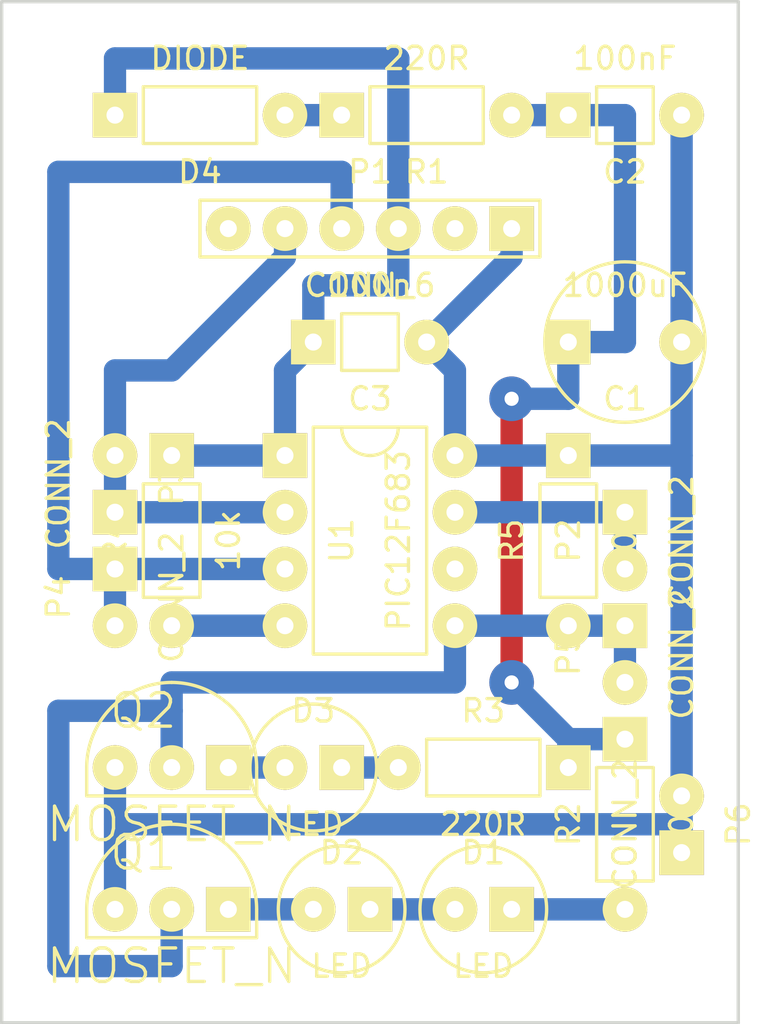
<source format=kicad_pcb>
(kicad_pcb (version 3) (host pcbnew "(2013-june-11)-stable")

  (general
    (links 37)
    (no_connects 0)
    (area 232.334999 74.854999 266.205 120.725001)
    (thickness 1.6)
    (drawings 4)
    (tracks 67)
    (zones 0)
    (modules 21)
    (nets 15)
  )

  (page A3)
  (layers
    (15 F.Cu signal)
    (0 B.Cu signal)
    (16 B.Adhes user)
    (17 F.Adhes user)
    (18 B.Paste user)
    (19 F.Paste user)
    (20 B.SilkS user)
    (21 F.SilkS user)
    (22 B.Mask user)
    (23 F.Mask user)
    (24 Dwgs.User user)
    (25 Cmts.User user)
    (26 Eco1.User user)
    (27 Eco2.User user)
    (28 Edge.Cuts user)
  )

  (setup
    (last_trace_width 1)
    (trace_clearance 0.2)
    (zone_clearance 0.508)
    (zone_45_only no)
    (trace_min 0.254)
    (segment_width 0.2)
    (edge_width 0.15)
    (via_size 2)
    (via_drill 0.635)
    (via_min_size 0.889)
    (via_min_drill 0.508)
    (uvia_size 0.508)
    (uvia_drill 0.127)
    (uvias_allowed no)
    (uvia_min_size 0.508)
    (uvia_min_drill 0.127)
    (pcb_text_width 0.3)
    (pcb_text_size 1.5 1.5)
    (mod_edge_width 0.15)
    (mod_text_size 1.5 1.5)
    (mod_text_width 0.15)
    (pad_size 1.524 1.524)
    (pad_drill 0.762)
    (pad_to_mask_clearance 0.2)
    (aux_axis_origin 0 0)
    (visible_elements 7FFFFFFF)
    (pcbplotparams
      (layerselection 1)
      (usegerberextensions false)
      (excludeedgelayer false)
      (linewidth 0.100000)
      (plotframeref false)
      (viasonmask false)
      (mode 1)
      (useauxorigin false)
      (hpglpennumber 1)
      (hpglpenspeed 20)
      (hpglpendiameter 15)
      (hpglpenoverlay 2)
      (psnegative false)
      (psa4output false)
      (plotreference true)
      (plotvalue true)
      (plotothertext true)
      (plotinvisibletext false)
      (padsonsilk false)
      (subtractmaskfromsilk false)
      (outputformat 2)
      (mirror false)
      (drillshape 2)
      (scaleselection 1)
      (outputdirectory ""))
  )

  (net 0 "")
  (net 1 5V)
  (net 2 FTDI_RX__PIC_TX)
  (net 3 FTDI_TX__PIC_RX)
  (net 4 GND)
  (net 5 N-0000010)
  (net 6 N-0000011)
  (net 7 N-0000013)
  (net 8 N-0000016)
  (net 9 N-000003)
  (net 10 N-000004)
  (net 11 N-000005)
  (net 12 N-000008)
  (net 13 N-000009)
  (net 14 signal)

  (net_class Default "This is the default net class."
    (clearance 0.2)
    (trace_width 1)
    (via_dia 2)
    (via_drill 0.635)
    (uvia_dia 0.508)
    (uvia_drill 0.127)
    (add_net "")
    (add_net 5V)
    (add_net FTDI_RX__PIC_TX)
    (add_net FTDI_TX__PIC_RX)
    (add_net GND)
    (add_net N-0000010)
    (add_net N-0000011)
    (add_net N-0000013)
    (add_net N-0000016)
    (add_net N-000003)
    (add_net N-000004)
    (add_net N-000005)
    (add_net N-000008)
    (add_net N-000009)
    (add_net signal)
  )

  (module CHUNKY_SIL-6 (layer F.Cu) (tedit 538CFBF4) (tstamp 53922E74)
    (at 248.92 85.09 180)
    (path /5391E740)
    (fp_text reference P1 (at 0 2.54 180) (layer F.SilkS)
      (effects (font (size 1 1) (thickness 0.15)))
    )
    (fp_text value CONN_6 (at 0 -2.54 180) (layer F.SilkS)
      (effects (font (size 1 1) (thickness 0.15)))
    )
    (fp_line (start -7.62 -1.27) (end 7.62 -1.27) (layer F.SilkS) (width 0.15))
    (fp_line (start 7.62 -1.27) (end 7.62 1.27) (layer F.SilkS) (width 0.15))
    (fp_line (start 7.62 1.27) (end -7.62 1.27) (layer F.SilkS) (width 0.15))
    (fp_line (start -7.62 1.27) (end -7.62 -1.27) (layer F.SilkS) (width 0.15))
    (pad 1 thru_hole rect (at -6.35 0 180) (size 2 2) (drill 0.762)
      (layers *.Cu *.Mask F.SilkS)
      (net 4 GND)
    )
    (pad 3 thru_hole circle (at -1.27 0 180) (size 2 2) (drill 0.762)
      (layers *.Cu *.Mask F.SilkS)
      (net 1 5V)
    )
    (pad 4 thru_hole circle (at 1.27 0 180) (size 2 2) (drill 0.762)
      (layers *.Cu *.Mask F.SilkS)
      (net 3 FTDI_TX__PIC_RX)
    )
    (pad 5 thru_hole circle (at 3.81 0 180) (size 2 2) (drill 0.762)
      (layers *.Cu *.Mask F.SilkS)
      (net 2 FTDI_RX__PIC_TX)
    )
    (pad 6 thru_hole circle (at 6.35 0 180) (size 2 2) (drill 0.762)
      (layers *.Cu *.Mask F.SilkS)
    )
    (pad 2 thru_hole circle (at -3.81 0 180) (size 2 2) (drill 0.762)
      (layers *.Cu *.Mask F.SilkS)
    )
  )

  (module CHUNKY_RADIAL-3 (layer F.Cu) (tedit 5392128A) (tstamp 53922E7B)
    (at 260.35 90.17)
    (path /538A3581)
    (fp_text reference C1 (at 0 2.54) (layer F.SilkS)
      (effects (font (size 1 1) (thickness 0.15)))
    )
    (fp_text value 1000uF (at 0 -2.54) (layer F.SilkS)
      (effects (font (size 1 1) (thickness 0.15)))
    )
    (fp_circle (center 0 0) (end 2.54 -2.54) (layer F.SilkS) (width 0.15))
    (pad 1 thru_hole rect (at -2.54 0) (size 2 2) (drill 0.762)
      (layers *.Cu *.Mask F.SilkS)
      (net 8 N-0000016)
    )
    (pad 2 thru_hole circle (at 2.54 0) (size 2 2) (drill 0.762)
      (layers *.Cu *.Mask F.SilkS)
      (net 4 GND)
    )
  )

  (module CHUNKY_RADIAL-2 (layer F.Cu) (tedit 538CFDBA) (tstamp 53922E82)
    (at 247.65 115.57 180)
    (path /538A33D5)
    (fp_text reference D2 (at 0 2.54 180) (layer F.SilkS)
      (effects (font (size 1 1) (thickness 0.15)))
    )
    (fp_text value LED (at 0 -2.54 180) (layer F.SilkS)
      (effects (font (size 1 1) (thickness 0.15)))
    )
    (fp_circle (center 0 0) (end 2.54 -1.27) (layer F.SilkS) (width 0.15))
    (pad 1 thru_hole rect (at -1.27 0 180) (size 2 2) (drill 0.762)
      (layers *.Cu *.Mask F.SilkS)
      (net 13 N-000009)
    )
    (pad 2 thru_hole circle (at 1.27 0 180) (size 2 2) (drill 0.762)
      (layers *.Cu *.Mask F.SilkS)
      (net 7 N-0000013)
    )
  )

  (module CHUNKY_RADIAL-2 (layer F.Cu) (tedit 538CFDBA) (tstamp 53922E89)
    (at 254 115.57 180)
    (path /5391B7D5)
    (fp_text reference D1 (at 0 2.54 180) (layer F.SilkS)
      (effects (font (size 1 1) (thickness 0.15)))
    )
    (fp_text value LED (at 0 -2.54 180) (layer F.SilkS)
      (effects (font (size 1 1) (thickness 0.15)))
    )
    (fp_circle (center 0 0) (end 2.54 -1.27) (layer F.SilkS) (width 0.15))
    (pad 1 thru_hole rect (at -1.27 0 180) (size 2 2) (drill 0.762)
      (layers *.Cu *.Mask F.SilkS)
      (net 12 N-000008)
    )
    (pad 2 thru_hole circle (at 1.27 0 180) (size 2 2) (drill 0.762)
      (layers *.Cu *.Mask F.SilkS)
      (net 13 N-000009)
    )
  )

  (module CHUNKY_RADIAL-2 (layer F.Cu) (tedit 538CFDBA) (tstamp 53922E90)
    (at 246.38 109.22 180)
    (path /5391EB2C)
    (fp_text reference D3 (at 0 2.54 180) (layer F.SilkS)
      (effects (font (size 1 1) (thickness 0.15)))
    )
    (fp_text value LED (at 0 -2.54 180) (layer F.SilkS)
      (effects (font (size 1 1) (thickness 0.15)))
    )
    (fp_circle (center 0 0) (end 2.54 -1.27) (layer F.SilkS) (width 0.15))
    (pad 1 thru_hole rect (at -1.27 0 180) (size 2 2) (drill 0.762)
      (layers *.Cu *.Mask F.SilkS)
      (net 9 N-000003)
    )
    (pad 2 thru_hole circle (at 1.27 0 180) (size 2 2) (drill 0.762)
      (layers *.Cu *.Mask F.SilkS)
      (net 11 N-000005)
    )
  )

  (module CHUNKY_DIP-8 (layer F.Cu) (tedit 539211BB) (tstamp 53922EA2)
    (at 248.92 99.06 270)
    (path /5391E6E4)
    (fp_text reference U1 (at 0 1.27 270) (layer F.SilkS)
      (effects (font (size 1 1) (thickness 0.15)))
    )
    (fp_text value PIC12F683 (at 0 -1.27 270) (layer F.SilkS)
      (effects (font (size 1 1) (thickness 0.15)))
    )
    (fp_line (start 5.08 2.54) (end -5.08 2.54) (layer F.SilkS) (width 0.15))
    (fp_line (start 5.08 -2.54) (end -5.08 -2.54) (layer F.SilkS) (width 0.15))
    (fp_arc (start -5.08 0) (end -3.81 0) (angle 90) (layer F.SilkS) (width 0.15))
    (fp_arc (start -5.08 0) (end -5.08 -1.27) (angle 90) (layer F.SilkS) (width 0.15))
    (fp_line (start 5.08 -2.54) (end 5.08 2.54) (layer F.SilkS) (width 0.15))
    (fp_line (start -5.08 2.54) (end -5.08 -2.54) (layer F.SilkS) (width 0.15))
    (pad 4 thru_hole circle (at 3.81 3.81 270) (size 2 2) (drill 0.762)
      (layers *.Cu *.Mask F.SilkS)
      (net 6 N-0000011)
    )
    (pad 5 thru_hole circle (at 3.81 -3.81 270) (size 2 2) (drill 0.762)
      (layers *.Cu *.Mask F.SilkS)
      (net 14 signal)
    )
    (pad 6 thru_hole circle (at 1.27 -3.81 270) (size 2 2) (drill 0.762)
      (layers *.Cu *.Mask F.SilkS)
    )
    (pad 7 thru_hole circle (at -1.27 -3.81 270) (size 2 2) (drill 0.762)
      (layers *.Cu *.Mask F.SilkS)
      (net 10 N-000004)
    )
    (pad 8 thru_hole circle (at -3.81 -3.81 270) (size 2 2) (drill 0.762)
      (layers *.Cu *.Mask F.SilkS)
      (net 4 GND)
    )
    (pad 3 thru_hole circle (at 1.27 3.81 270) (size 2 2) (drill 0.762)
      (layers *.Cu *.Mask F.SilkS)
      (net 3 FTDI_TX__PIC_RX)
    )
    (pad 2 thru_hole circle (at -1.27 3.81 270) (size 2 2) (drill 0.762)
      (layers *.Cu *.Mask F.SilkS)
      (net 2 FTDI_RX__PIC_TX)
    )
    (pad 1 thru_hole rect (at -3.81 3.81 270) (size 2 2) (drill 0.762)
      (layers *.Cu *.Mask F.SilkS)
      (net 1 5V)
    )
  )

  (module CHUNKY_AXIAL-4 (layer F.Cu) (tedit 538CFD09) (tstamp 53922EAC)
    (at 260.35 111.76 270)
    (path /538A343D)
    (fp_text reference R2 (at 0 2.54 270) (layer F.SilkS)
      (effects (font (size 1 1) (thickness 0.15)))
    )
    (fp_text value 10R (at 0 -2.54 270) (layer F.SilkS)
      (effects (font (size 1 1) (thickness 0.15)))
    )
    (fp_line (start -2.54 -1.27) (end 2.54 -1.27) (layer F.SilkS) (width 0.15))
    (fp_line (start 2.54 -1.27) (end 2.54 1.27) (layer F.SilkS) (width 0.15))
    (fp_line (start 2.54 1.27) (end -2.54 1.27) (layer F.SilkS) (width 0.15))
    (fp_line (start -2.54 1.27) (end -2.54 -1.27) (layer F.SilkS) (width 0.15))
    (pad 1 thru_hole rect (at -3.81 0 270) (size 2 2) (drill 0.762)
      (layers *.Cu *.Mask F.SilkS)
      (net 8 N-0000016)
    )
    (pad 2 thru_hole circle (at 3.81 0 270) (size 2 2) (drill 0.762)
      (layers *.Cu *.Mask F.SilkS)
      (net 12 N-000008)
    )
  )

  (module CHUNKY_AXIAL-4 (layer F.Cu) (tedit 538CFD09) (tstamp 53922EB6)
    (at 251.46 80.01)
    (path /538A344C)
    (fp_text reference R1 (at 0 2.54) (layer F.SilkS)
      (effects (font (size 1 1) (thickness 0.15)))
    )
    (fp_text value 220R (at 0 -2.54) (layer F.SilkS)
      (effects (font (size 1 1) (thickness 0.15)))
    )
    (fp_line (start -2.54 -1.27) (end 2.54 -1.27) (layer F.SilkS) (width 0.15))
    (fp_line (start 2.54 -1.27) (end 2.54 1.27) (layer F.SilkS) (width 0.15))
    (fp_line (start 2.54 1.27) (end -2.54 1.27) (layer F.SilkS) (width 0.15))
    (fp_line (start -2.54 1.27) (end -2.54 -1.27) (layer F.SilkS) (width 0.15))
    (pad 1 thru_hole rect (at -3.81 0) (size 2 2) (drill 0.762)
      (layers *.Cu *.Mask F.SilkS)
      (net 5 N-0000010)
    )
    (pad 2 thru_hole circle (at 3.81 0) (size 2 2) (drill 0.762)
      (layers *.Cu *.Mask F.SilkS)
      (net 8 N-0000016)
    )
  )

  (module CHUNKY_AXIAL-4 (layer F.Cu) (tedit 538CFD09) (tstamp 539233BF)
    (at 241.3 80.01)
    (path /5391B809)
    (fp_text reference D4 (at 0 2.54) (layer F.SilkS)
      (effects (font (size 1 1) (thickness 0.15)))
    )
    (fp_text value DIODE (at 0 -2.54) (layer F.SilkS)
      (effects (font (size 1 1) (thickness 0.15)))
    )
    (fp_line (start -2.54 -1.27) (end 2.54 -1.27) (layer F.SilkS) (width 0.15))
    (fp_line (start 2.54 -1.27) (end 2.54 1.27) (layer F.SilkS) (width 0.15))
    (fp_line (start 2.54 1.27) (end -2.54 1.27) (layer F.SilkS) (width 0.15))
    (fp_line (start -2.54 1.27) (end -2.54 -1.27) (layer F.SilkS) (width 0.15))
    (pad 1 thru_hole rect (at -3.81 0) (size 2 2) (drill 0.762)
      (layers *.Cu *.Mask F.SilkS)
      (net 1 5V)
    )
    (pad 2 thru_hole circle (at 3.81 0) (size 2 2) (drill 0.762)
      (layers *.Cu *.Mask F.SilkS)
      (net 5 N-0000010)
    )
  )

  (module CHUNKY_AXIAL-4 (layer F.Cu) (tedit 538CFD09) (tstamp 53922ECA)
    (at 240.03 99.06 270)
    (path /5391E6F3)
    (fp_text reference R4 (at 0 2.54 270) (layer F.SilkS)
      (effects (font (size 1 1) (thickness 0.15)))
    )
    (fp_text value 10k (at 0 -2.54 270) (layer F.SilkS)
      (effects (font (size 1 1) (thickness 0.15)))
    )
    (fp_line (start -2.54 -1.27) (end 2.54 -1.27) (layer F.SilkS) (width 0.15))
    (fp_line (start 2.54 -1.27) (end 2.54 1.27) (layer F.SilkS) (width 0.15))
    (fp_line (start 2.54 1.27) (end -2.54 1.27) (layer F.SilkS) (width 0.15))
    (fp_line (start -2.54 1.27) (end -2.54 -1.27) (layer F.SilkS) (width 0.15))
    (pad 1 thru_hole rect (at -3.81 0 270) (size 2 2) (drill 0.762)
      (layers *.Cu *.Mask F.SilkS)
      (net 1 5V)
    )
    (pad 2 thru_hole circle (at 3.81 0 270) (size 2 2) (drill 0.762)
      (layers *.Cu *.Mask F.SilkS)
      (net 6 N-0000011)
    )
  )

  (module CHUNKY_AXIAL-4 (layer F.Cu) (tedit 538CFD09) (tstamp 53922ED4)
    (at 257.81 99.06 270)
    (path /5391E702)
    (fp_text reference R5 (at 0 2.54 270) (layer F.SilkS)
      (effects (font (size 1 1) (thickness 0.15)))
    )
    (fp_text value 10K (at 0 -2.54 270) (layer F.SilkS)
      (effects (font (size 1 1) (thickness 0.15)))
    )
    (fp_line (start -2.54 -1.27) (end 2.54 -1.27) (layer F.SilkS) (width 0.15))
    (fp_line (start 2.54 -1.27) (end 2.54 1.27) (layer F.SilkS) (width 0.15))
    (fp_line (start 2.54 1.27) (end -2.54 1.27) (layer F.SilkS) (width 0.15))
    (fp_line (start -2.54 1.27) (end -2.54 -1.27) (layer F.SilkS) (width 0.15))
    (pad 1 thru_hole rect (at -3.81 0 270) (size 2 2) (drill 0.762)
      (layers *.Cu *.Mask F.SilkS)
      (net 4 GND)
    )
    (pad 2 thru_hole circle (at 3.81 0 270) (size 2 2) (drill 0.762)
      (layers *.Cu *.Mask F.SilkS)
      (net 14 signal)
    )
  )

  (module CHUNKY_AXIAL-4 (layer F.Cu) (tedit 538CFD09) (tstamp 53922EDE)
    (at 254 109.22 180)
    (path /5391EBB7)
    (fp_text reference R3 (at 0 2.54 180) (layer F.SilkS)
      (effects (font (size 1 1) (thickness 0.15)))
    )
    (fp_text value 220R (at 0 -2.54 180) (layer F.SilkS)
      (effects (font (size 1 1) (thickness 0.15)))
    )
    (fp_line (start -2.54 -1.27) (end 2.54 -1.27) (layer F.SilkS) (width 0.15))
    (fp_line (start 2.54 -1.27) (end 2.54 1.27) (layer F.SilkS) (width 0.15))
    (fp_line (start 2.54 1.27) (end -2.54 1.27) (layer F.SilkS) (width 0.15))
    (fp_line (start -2.54 1.27) (end -2.54 -1.27) (layer F.SilkS) (width 0.15))
    (pad 1 thru_hole rect (at -3.81 0 180) (size 2 2) (drill 0.762)
      (layers *.Cu *.Mask F.SilkS)
      (net 8 N-0000016)
    )
    (pad 2 thru_hole circle (at 3.81 0 180) (size 2 2) (drill 0.762)
      (layers *.Cu *.Mask F.SilkS)
      (net 9 N-000003)
    )
  )

  (module CHUNKY_AXIAL-3 (layer F.Cu) (tedit 538CFD49) (tstamp 53922EE8)
    (at 260.35 80.01)
    (path /538A3572)
    (fp_text reference C2 (at 0 2.54) (layer F.SilkS)
      (effects (font (size 1 1) (thickness 0.15)))
    )
    (fp_text value 100nF (at 0 -2.54) (layer F.SilkS)
      (effects (font (size 1 1) (thickness 0.15)))
    )
    (fp_line (start -1.27 -1.27) (end 1.27 -1.27) (layer F.SilkS) (width 0.15))
    (fp_line (start 1.27 -1.27) (end 1.27 1.27) (layer F.SilkS) (width 0.15))
    (fp_line (start 1.27 1.27) (end -1.27 1.27) (layer F.SilkS) (width 0.15))
    (fp_line (start -1.27 1.27) (end -1.27 -1.27) (layer F.SilkS) (width 0.15))
    (pad 1 thru_hole rect (at -2.54 0) (size 2 2) (drill 0.762)
      (layers *.Cu *.Mask F.SilkS)
      (net 8 N-0000016)
    )
    (pad 2 thru_hole circle (at 2.54 0) (size 2 2) (drill 0.762)
      (layers *.Cu *.Mask F.SilkS)
      (net 4 GND)
    )
  )

  (module CHUNKY_AXIAL-3 (layer F.Cu) (tedit 538CFD49) (tstamp 53922EF2)
    (at 248.92 90.17)
    (path /5391E9C7)
    (fp_text reference C3 (at 0 2.54) (layer F.SilkS)
      (effects (font (size 1 1) (thickness 0.15)))
    )
    (fp_text value 100n (at 0 -2.54) (layer F.SilkS)
      (effects (font (size 1 1) (thickness 0.15)))
    )
    (fp_line (start -1.27 -1.27) (end 1.27 -1.27) (layer F.SilkS) (width 0.15))
    (fp_line (start 1.27 -1.27) (end 1.27 1.27) (layer F.SilkS) (width 0.15))
    (fp_line (start 1.27 1.27) (end -1.27 1.27) (layer F.SilkS) (width 0.15))
    (fp_line (start -1.27 1.27) (end -1.27 -1.27) (layer F.SilkS) (width 0.15))
    (pad 1 thru_hole rect (at -2.54 0) (size 2 2) (drill 0.762)
      (layers *.Cu *.Mask F.SilkS)
      (net 1 5V)
    )
    (pad 2 thru_hole circle (at 2.54 0) (size 2 2) (drill 0.762)
      (layers *.Cu *.Mask F.SilkS)
      (net 4 GND)
    )
  )

  (module CHUNKY_AXIAL-2 (layer F.Cu) (tedit 538CFE12) (tstamp 53922EF8)
    (at 237.49 96.52 90)
    (path /5391EEB7)
    (fp_text reference P3 (at 0 2.54 90) (layer F.SilkS)
      (effects (font (size 1 1) (thickness 0.15)))
    )
    (fp_text value CONN_2 (at 0 -2.54 90) (layer F.SilkS)
      (effects (font (size 1 1) (thickness 0.15)))
    )
    (pad 1 thru_hole rect (at -1.27 0 90) (size 2 2) (drill 0.762)
      (layers *.Cu *.Mask F.SilkS)
      (net 2 FTDI_RX__PIC_TX)
    )
    (pad 2 thru_hole circle (at 1.27 0 90) (size 2 2) (drill 0.762)
      (layers *.Cu *.Mask F.SilkS)
      (net 2 FTDI_RX__PIC_TX)
    )
  )

  (module CHUNKY_AXIAL-2 (layer F.Cu) (tedit 538CFE12) (tstamp 53922EFE)
    (at 260.35 104.14 270)
    (path /5391F13C)
    (fp_text reference P5 (at 0 2.54 270) (layer F.SilkS)
      (effects (font (size 1 1) (thickness 0.15)))
    )
    (fp_text value CONN_2 (at 0 -2.54 270) (layer F.SilkS)
      (effects (font (size 1 1) (thickness 0.15)))
    )
    (pad 1 thru_hole rect (at -1.27 0 270) (size 2 2) (drill 0.762)
      (layers *.Cu *.Mask F.SilkS)
      (net 14 signal)
    )
    (pad 2 thru_hole circle (at 1.27 0 270) (size 2 2) (drill 0.762)
      (layers *.Cu *.Mask F.SilkS)
      (net 14 signal)
    )
  )

  (module CHUNKY_AXIAL-2 (layer F.Cu) (tedit 538CFE12) (tstamp 53922F04)
    (at 260.35 99.06 270)
    (path /5391F04E)
    (fp_text reference P2 (at 0 2.54 270) (layer F.SilkS)
      (effects (font (size 1 1) (thickness 0.15)))
    )
    (fp_text value CONN_2 (at 0 -2.54 270) (layer F.SilkS)
      (effects (font (size 1 1) (thickness 0.15)))
    )
    (pad 1 thru_hole rect (at -1.27 0 270) (size 2 2) (drill 0.762)
      (layers *.Cu *.Mask F.SilkS)
      (net 10 N-000004)
    )
    (pad 2 thru_hole circle (at 1.27 0 270) (size 2 2) (drill 0.762)
      (layers *.Cu *.Mask F.SilkS)
      (net 10 N-000004)
    )
  )

  (module CHUNKY_AXIAL-2 (layer F.Cu) (tedit 538CFE12) (tstamp 53922F0A)
    (at 237.49 101.6 270)
    (path /5391EEA0)
    (fp_text reference P4 (at 0 2.54 270) (layer F.SilkS)
      (effects (font (size 1 1) (thickness 0.15)))
    )
    (fp_text value CONN_2 (at 0 -2.54 270) (layer F.SilkS)
      (effects (font (size 1 1) (thickness 0.15)))
    )
    (pad 1 thru_hole rect (at -1.27 0 270) (size 2 2) (drill 0.762)
      (layers *.Cu *.Mask F.SilkS)
      (net 3 FTDI_TX__PIC_RX)
    )
    (pad 2 thru_hole circle (at 1.27 0 270) (size 2 2) (drill 0.762)
      (layers *.Cu *.Mask F.SilkS)
      (net 3 FTDI_TX__PIC_RX)
    )
  )

  (module CHUNKY_2N7000 (layer F.Cu) (tedit 5392152E) (tstamp 53922F16)
    (at 240.03 109.22 180)
    (path /5391EAF4)
    (fp_text reference Q2 (at 1.27 2.54 180) (layer F.SilkS)
      (effects (font (size 1.5 1.5) (thickness 0.15)))
    )
    (fp_text value MOSFET_N (at 0 -2.54 180) (layer F.SilkS)
      (effects (font (size 1.5 1.5) (thickness 0.15)))
    )
    (fp_arc (start 0 0) (end 0 3.81) (angle 90) (layer F.SilkS) (width 0.15))
    (fp_arc (start 0 0) (end 3.81 0) (angle 90) (layer F.SilkS) (width 0.15))
    (fp_line (start -3.81 -1.27) (end -3.81 0) (layer F.SilkS) (width 0.15))
    (fp_line (start 3.81 -1.27) (end 3.81 0) (layer F.SilkS) (width 0.15))
    (fp_line (start 3.81 -1.27) (end -3.81 -1.27) (layer F.SilkS) (width 0.15))
    (pad D thru_hole rect (at -2.54 0 180) (size 2 2) (drill 0.762)
      (layers *.Cu *.Mask F.SilkS)
      (net 11 N-000005)
    )
    (pad G thru_hole circle (at 0 0 180) (size 2 2) (drill 0.762)
      (layers *.Cu *.Mask F.SilkS)
      (net 14 signal)
    )
    (pad S thru_hole circle (at 2.54 0 180) (size 2 2) (drill 0.762)
      (layers *.Cu *.Mask F.SilkS)
      (net 4 GND)
    )
  )

  (module CHUNKY_2N7000 (layer F.Cu) (tedit 5392152E) (tstamp 53922F22)
    (at 240.03 115.57 180)
    (path /538A337F)
    (fp_text reference Q1 (at 1.27 2.54 180) (layer F.SilkS)
      (effects (font (size 1.5 1.5) (thickness 0.15)))
    )
    (fp_text value MOSFET_N (at 0 -2.54 180) (layer F.SilkS)
      (effects (font (size 1.5 1.5) (thickness 0.15)))
    )
    (fp_arc (start 0 0) (end 0 3.81) (angle 90) (layer F.SilkS) (width 0.15))
    (fp_arc (start 0 0) (end 3.81 0) (angle 90) (layer F.SilkS) (width 0.15))
    (fp_line (start -3.81 -1.27) (end -3.81 0) (layer F.SilkS) (width 0.15))
    (fp_line (start 3.81 -1.27) (end 3.81 0) (layer F.SilkS) (width 0.15))
    (fp_line (start 3.81 -1.27) (end -3.81 -1.27) (layer F.SilkS) (width 0.15))
    (pad D thru_hole rect (at -2.54 0 180) (size 2 2) (drill 0.762)
      (layers *.Cu *.Mask F.SilkS)
      (net 7 N-0000013)
    )
    (pad G thru_hole circle (at 0 0 180) (size 2 2) (drill 0.762)
      (layers *.Cu *.Mask F.SilkS)
      (net 14 signal)
    )
    (pad S thru_hole circle (at 2.54 0 180) (size 2 2) (drill 0.762)
      (layers *.Cu *.Mask F.SilkS)
      (net 4 GND)
    )
  )

  (module CHUNKY_AXIAL-2 (layer F.Cu) (tedit 538CFE12) (tstamp 53942B28)
    (at 262.89 111.76 90)
    (path /53942B0A)
    (fp_text reference P6 (at 0 2.54 90) (layer F.SilkS)
      (effects (font (size 1 1) (thickness 0.15)))
    )
    (fp_text value CONN_2 (at 0 -2.54 90) (layer F.SilkS)
      (effects (font (size 1 1) (thickness 0.15)))
    )
    (pad 1 thru_hole rect (at -1.27 0 90) (size 2 2) (drill 0.762)
      (layers *.Cu *.Mask F.SilkS)
      (net 4 GND)
    )
    (pad 2 thru_hole circle (at 1.27 0 90) (size 2 2) (drill 0.762)
      (layers *.Cu *.Mask F.SilkS)
      (net 4 GND)
    )
  )

  (gr_line (start 232.41 74.93) (end 265.43 74.93) (angle 90) (layer Edge.Cuts) (width 0.15))
  (gr_line (start 232.41 120.65) (end 232.41 74.93) (angle 90) (layer Edge.Cuts) (width 0.15))
  (gr_line (start 265.43 120.65) (end 232.41 120.65) (angle 90) (layer Edge.Cuts) (width 0.15))
  (gr_line (start 265.43 74.93) (end 265.43 120.65) (angle 90) (layer Edge.Cuts) (width 0.15))

  (segment (start 246.38 90.17) (end 246.38 87.63) (width 1) (layer B.Cu) (net 1))
  (segment (start 250.19 87.63) (end 250.19 85.09) (width 1) (layer B.Cu) (net 1) (tstamp 53923B77))
  (segment (start 246.38 87.63) (end 250.19 87.63) (width 1) (layer B.Cu) (net 1) (tstamp 53923B76))
  (segment (start 250.19 85.09) (end 250.19 77.47) (width 1) (layer B.Cu) (net 1))
  (segment (start 250.19 77.47) (end 237.49 77.47) (width 1) (layer B.Cu) (net 1) (tstamp 53923B64))
  (segment (start 237.49 77.47) (end 237.49 80.01) (width 1) (layer B.Cu) (net 1) (tstamp 53923B65))
  (segment (start 245.11 95.25) (end 245.11 91.44) (width 1) (layer B.Cu) (net 1))
  (segment (start 245.11 91.44) (end 246.38 90.17) (width 1) (layer B.Cu) (net 1) (tstamp 539232B1))
  (segment (start 245.11 95.25) (end 240.03 95.25) (width 1) (layer B.Cu) (net 1))
  (segment (start 245.11 85.09) (end 245.11 86.36) (width 1) (layer B.Cu) (net 2) (status 400000))
  (segment (start 237.49 91.44) (end 237.49 95.25) (width 1) (layer B.Cu) (net 2) (tstamp 53942EFA) (status 800000))
  (segment (start 240.03 91.44) (end 237.49 91.44) (width 1) (layer B.Cu) (net 2) (tstamp 53942EEF))
  (segment (start 245.11 86.36) (end 240.03 91.44) (width 1) (layer B.Cu) (net 2) (tstamp 53942EED))
  (segment (start 245.11 97.79) (end 237.49 97.79) (width 1) (layer B.Cu) (net 2))
  (segment (start 237.49 97.79) (end 237.49 95.25) (width 1) (layer B.Cu) (net 2) (tstamp 53923A28))
  (segment (start 237.49 100.33) (end 234.95 100.33) (width 1) (layer B.Cu) (net 3))
  (segment (start 247.65 82.55) (end 247.65 85.09) (width 1) (layer B.Cu) (net 3) (tstamp 53923B41))
  (segment (start 234.95 82.55) (end 247.65 82.55) (width 1) (layer B.Cu) (net 3) (tstamp 53923B39))
  (segment (start 234.95 100.33) (end 234.95 82.55) (width 1) (layer B.Cu) (net 3) (tstamp 53923B38))
  (segment (start 245.11 100.33) (end 237.49 100.33) (width 1) (layer B.Cu) (net 3))
  (segment (start 237.49 100.33) (end 237.49 102.87) (width 1) (layer B.Cu) (net 3) (tstamp 53923A2D))
  (segment (start 262.89 111.76) (end 237.49 111.76) (width 1) (layer B.Cu) (net 4))
  (segment (start 262.89 95.25) (end 262.89 110.49) (width 1) (layer B.Cu) (net 4) (status 800000))
  (segment (start 262.89 110.49) (end 262.89 111.76) (width 1) (layer B.Cu) (net 4) (tstamp 53942B6D) (status 400000))
  (segment (start 262.89 111.76) (end 262.89 113.03) (width 1) (layer B.Cu) (net 4) (tstamp 53942B76) (status 800000))
  (segment (start 257.81 95.25) (end 262.89 95.25) (width 1) (layer B.Cu) (net 4))
  (segment (start 262.89 90.17) (end 262.89 95.25) (width 1) (layer B.Cu) (net 4))
  (segment (start 262.89 90.17) (end 262.89 80.01) (width 1) (layer B.Cu) (net 4) (tstamp 53923CFD))
  (segment (start 237.49 109.22) (end 237.49 111.76) (width 1) (layer B.Cu) (net 4))
  (segment (start 237.49 111.76) (end 237.49 115.57) (width 1) (layer B.Cu) (net 4) (tstamp 53923CEE))
  (segment (start 251.46 90.17) (end 255.27 86.36) (width 1) (layer B.Cu) (net 4))
  (segment (start 255.27 86.36) (end 255.27 85.09) (width 1) (layer B.Cu) (net 4) (tstamp 53923B8F))
  (segment (start 252.73 95.25) (end 252.73 91.44) (width 1) (layer B.Cu) (net 4))
  (segment (start 252.73 91.44) (end 251.46 90.17) (width 1) (layer B.Cu) (net 4) (tstamp 539232AE))
  (segment (start 257.81 95.25) (end 252.73 95.25) (width 1) (layer B.Cu) (net 4))
  (segment (start 245.11 80.01) (end 247.65 80.01) (width 1) (layer B.Cu) (net 5))
  (segment (start 245.11 102.87) (end 240.03 102.87) (width 1) (layer B.Cu) (net 6))
  (segment (start 242.57 115.57) (end 246.38 115.57) (width 1) (layer B.Cu) (net 7))
  (segment (start 257.81 80.01) (end 260.35 80.01) (width 1) (layer B.Cu) (net 8))
  (segment (start 260.35 90.17) (end 257.81 90.17) (width 1) (layer B.Cu) (net 8) (tstamp 53923DEF))
  (segment (start 260.35 80.01) (end 260.35 90.17) (width 1) (layer B.Cu) (net 8) (tstamp 53923DEC))
  (segment (start 255.27 92.71) (end 257.81 92.71) (width 1) (layer B.Cu) (net 8))
  (segment (start 257.81 92.71) (end 257.81 90.17) (width 1) (layer B.Cu) (net 8) (tstamp 53923DDB))
  (via (at 255.27 92.71) (size 2) (layers F.Cu B.Cu) (net 8))
  (segment (start 255.27 92.71) (end 255.27 105.41) (width 1) (layer F.Cu) (net 8) (tstamp 53923D90))
  (via (at 255.27 105.41) (size 2) (layers F.Cu B.Cu) (net 8))
  (segment (start 257.81 107.95) (end 255.27 105.41) (width 1) (layer B.Cu) (net 8) (tstamp 53923D94))
  (segment (start 260.35 107.95) (end 257.81 107.95) (width 1) (layer B.Cu) (net 8))
  (segment (start 257.81 107.95) (end 257.81 109.22) (width 1) (layer B.Cu) (net 8) (tstamp 53923D95))
  (segment (start 255.27 80.01) (end 257.81 80.01) (width 1) (layer B.Cu) (net 8))
  (segment (start 247.65 109.22) (end 250.19 109.22) (width 1) (layer B.Cu) (net 9))
  (segment (start 252.73 97.79) (end 260.35 97.79) (width 1) (layer B.Cu) (net 10))
  (segment (start 260.35 97.79) (end 260.35 100.33) (width 1) (layer B.Cu) (net 10) (tstamp 53923A22))
  (segment (start 242.57 109.22) (end 245.11 109.22) (width 1) (layer B.Cu) (net 11))
  (segment (start 260.35 115.57) (end 255.27 115.57) (width 1) (layer B.Cu) (net 12))
  (segment (start 252.73 115.57) (end 248.92 115.57) (width 1) (layer B.Cu) (net 13))
  (segment (start 257.81 102.87) (end 260.35 102.87) (width 1) (layer B.Cu) (net 14))
  (segment (start 260.35 102.87) (end 260.35 105.41) (width 1) (layer B.Cu) (net 14) (tstamp 53923D5C))
  (segment (start 252.73 102.87) (end 252.73 105.41) (width 1) (layer B.Cu) (net 14))
  (segment (start 240.03 105.41) (end 240.03 106.68) (width 1) (layer B.Cu) (net 14) (tstamp 53923BA4))
  (segment (start 252.73 105.41) (end 240.03 105.41) (width 1) (layer B.Cu) (net 14) (tstamp 53923BA3))
  (segment (start 240.03 109.22) (end 240.03 106.68) (width 1) (layer B.Cu) (net 14))
  (segment (start 240.03 118.11) (end 240.03 115.57) (width 1) (layer B.Cu) (net 14) (tstamp 53923AC3))
  (segment (start 240.03 106.68) (end 234.95 106.68) (width 1) (layer B.Cu) (net 14) (tstamp 53923AB1))
  (segment (start 234.95 106.68) (end 234.95 118.11) (width 1) (layer B.Cu) (net 14) (tstamp 53923AB7))
  (segment (start 234.95 118.11) (end 240.03 118.11) (width 1) (layer B.Cu) (net 14) (tstamp 53923ABD))
  (segment (start 257.81 102.87) (end 252.73 102.87) (width 1) (layer B.Cu) (net 14))

)

</source>
